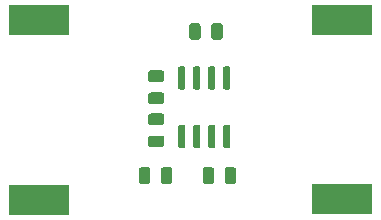
<source format=gbr>
G04 #@! TF.GenerationSoftware,KiCad,Pcbnew,(5.1.5)-3*
G04 #@! TF.CreationDate,2021-08-24T20:05:05-07:00*
G04 #@! TF.ProjectId,Intro_Project,496e7472-6f5f-4507-926f-6a6563742e6b,rev?*
G04 #@! TF.SameCoordinates,Original*
G04 #@! TF.FileFunction,Paste,Top*
G04 #@! TF.FilePolarity,Positive*
%FSLAX46Y46*%
G04 Gerber Fmt 4.6, Leading zero omitted, Abs format (unit mm)*
G04 Created by KiCad (PCBNEW (5.1.5)-3) date 2021-08-24 20:05:05*
%MOMM*%
%LPD*%
G04 APERTURE LIST*
%ADD10C,0.100000*%
%ADD11R,5.100000X2.500000*%
G04 APERTURE END LIST*
D10*
G36*
X136753203Y-72117222D02*
G01*
X136767764Y-72119382D01*
X136782043Y-72122959D01*
X136795903Y-72127918D01*
X136809210Y-72134212D01*
X136821836Y-72141780D01*
X136833659Y-72150548D01*
X136844566Y-72160434D01*
X136854452Y-72171341D01*
X136863220Y-72183164D01*
X136870788Y-72195790D01*
X136877082Y-72209097D01*
X136882041Y-72222957D01*
X136885618Y-72237236D01*
X136887778Y-72251797D01*
X136888500Y-72266500D01*
X136888500Y-73916500D01*
X136887778Y-73931203D01*
X136885618Y-73945764D01*
X136882041Y-73960043D01*
X136877082Y-73973903D01*
X136870788Y-73987210D01*
X136863220Y-73999836D01*
X136854452Y-74011659D01*
X136844566Y-74022566D01*
X136833659Y-74032452D01*
X136821836Y-74041220D01*
X136809210Y-74048788D01*
X136795903Y-74055082D01*
X136782043Y-74060041D01*
X136767764Y-74063618D01*
X136753203Y-74065778D01*
X136738500Y-74066500D01*
X136438500Y-74066500D01*
X136423797Y-74065778D01*
X136409236Y-74063618D01*
X136394957Y-74060041D01*
X136381097Y-74055082D01*
X136367790Y-74048788D01*
X136355164Y-74041220D01*
X136343341Y-74032452D01*
X136332434Y-74022566D01*
X136322548Y-74011659D01*
X136313780Y-73999836D01*
X136306212Y-73987210D01*
X136299918Y-73973903D01*
X136294959Y-73960043D01*
X136291382Y-73945764D01*
X136289222Y-73931203D01*
X136288500Y-73916500D01*
X136288500Y-72266500D01*
X136289222Y-72251797D01*
X136291382Y-72237236D01*
X136294959Y-72222957D01*
X136299918Y-72209097D01*
X136306212Y-72195790D01*
X136313780Y-72183164D01*
X136322548Y-72171341D01*
X136332434Y-72160434D01*
X136343341Y-72150548D01*
X136355164Y-72141780D01*
X136367790Y-72134212D01*
X136381097Y-72127918D01*
X136394957Y-72122959D01*
X136409236Y-72119382D01*
X136423797Y-72117222D01*
X136438500Y-72116500D01*
X136738500Y-72116500D01*
X136753203Y-72117222D01*
G37*
G36*
X135483203Y-72117222D02*
G01*
X135497764Y-72119382D01*
X135512043Y-72122959D01*
X135525903Y-72127918D01*
X135539210Y-72134212D01*
X135551836Y-72141780D01*
X135563659Y-72150548D01*
X135574566Y-72160434D01*
X135584452Y-72171341D01*
X135593220Y-72183164D01*
X135600788Y-72195790D01*
X135607082Y-72209097D01*
X135612041Y-72222957D01*
X135615618Y-72237236D01*
X135617778Y-72251797D01*
X135618500Y-72266500D01*
X135618500Y-73916500D01*
X135617778Y-73931203D01*
X135615618Y-73945764D01*
X135612041Y-73960043D01*
X135607082Y-73973903D01*
X135600788Y-73987210D01*
X135593220Y-73999836D01*
X135584452Y-74011659D01*
X135574566Y-74022566D01*
X135563659Y-74032452D01*
X135551836Y-74041220D01*
X135539210Y-74048788D01*
X135525903Y-74055082D01*
X135512043Y-74060041D01*
X135497764Y-74063618D01*
X135483203Y-74065778D01*
X135468500Y-74066500D01*
X135168500Y-74066500D01*
X135153797Y-74065778D01*
X135139236Y-74063618D01*
X135124957Y-74060041D01*
X135111097Y-74055082D01*
X135097790Y-74048788D01*
X135085164Y-74041220D01*
X135073341Y-74032452D01*
X135062434Y-74022566D01*
X135052548Y-74011659D01*
X135043780Y-73999836D01*
X135036212Y-73987210D01*
X135029918Y-73973903D01*
X135024959Y-73960043D01*
X135021382Y-73945764D01*
X135019222Y-73931203D01*
X135018500Y-73916500D01*
X135018500Y-72266500D01*
X135019222Y-72251797D01*
X135021382Y-72237236D01*
X135024959Y-72222957D01*
X135029918Y-72209097D01*
X135036212Y-72195790D01*
X135043780Y-72183164D01*
X135052548Y-72171341D01*
X135062434Y-72160434D01*
X135073341Y-72150548D01*
X135085164Y-72141780D01*
X135097790Y-72134212D01*
X135111097Y-72127918D01*
X135124957Y-72122959D01*
X135139236Y-72119382D01*
X135153797Y-72117222D01*
X135168500Y-72116500D01*
X135468500Y-72116500D01*
X135483203Y-72117222D01*
G37*
G36*
X134213203Y-72117222D02*
G01*
X134227764Y-72119382D01*
X134242043Y-72122959D01*
X134255903Y-72127918D01*
X134269210Y-72134212D01*
X134281836Y-72141780D01*
X134293659Y-72150548D01*
X134304566Y-72160434D01*
X134314452Y-72171341D01*
X134323220Y-72183164D01*
X134330788Y-72195790D01*
X134337082Y-72209097D01*
X134342041Y-72222957D01*
X134345618Y-72237236D01*
X134347778Y-72251797D01*
X134348500Y-72266500D01*
X134348500Y-73916500D01*
X134347778Y-73931203D01*
X134345618Y-73945764D01*
X134342041Y-73960043D01*
X134337082Y-73973903D01*
X134330788Y-73987210D01*
X134323220Y-73999836D01*
X134314452Y-74011659D01*
X134304566Y-74022566D01*
X134293659Y-74032452D01*
X134281836Y-74041220D01*
X134269210Y-74048788D01*
X134255903Y-74055082D01*
X134242043Y-74060041D01*
X134227764Y-74063618D01*
X134213203Y-74065778D01*
X134198500Y-74066500D01*
X133898500Y-74066500D01*
X133883797Y-74065778D01*
X133869236Y-74063618D01*
X133854957Y-74060041D01*
X133841097Y-74055082D01*
X133827790Y-74048788D01*
X133815164Y-74041220D01*
X133803341Y-74032452D01*
X133792434Y-74022566D01*
X133782548Y-74011659D01*
X133773780Y-73999836D01*
X133766212Y-73987210D01*
X133759918Y-73973903D01*
X133754959Y-73960043D01*
X133751382Y-73945764D01*
X133749222Y-73931203D01*
X133748500Y-73916500D01*
X133748500Y-72266500D01*
X133749222Y-72251797D01*
X133751382Y-72237236D01*
X133754959Y-72222957D01*
X133759918Y-72209097D01*
X133766212Y-72195790D01*
X133773780Y-72183164D01*
X133782548Y-72171341D01*
X133792434Y-72160434D01*
X133803341Y-72150548D01*
X133815164Y-72141780D01*
X133827790Y-72134212D01*
X133841097Y-72127918D01*
X133854957Y-72122959D01*
X133869236Y-72119382D01*
X133883797Y-72117222D01*
X133898500Y-72116500D01*
X134198500Y-72116500D01*
X134213203Y-72117222D01*
G37*
G36*
X132943203Y-72117222D02*
G01*
X132957764Y-72119382D01*
X132972043Y-72122959D01*
X132985903Y-72127918D01*
X132999210Y-72134212D01*
X133011836Y-72141780D01*
X133023659Y-72150548D01*
X133034566Y-72160434D01*
X133044452Y-72171341D01*
X133053220Y-72183164D01*
X133060788Y-72195790D01*
X133067082Y-72209097D01*
X133072041Y-72222957D01*
X133075618Y-72237236D01*
X133077778Y-72251797D01*
X133078500Y-72266500D01*
X133078500Y-73916500D01*
X133077778Y-73931203D01*
X133075618Y-73945764D01*
X133072041Y-73960043D01*
X133067082Y-73973903D01*
X133060788Y-73987210D01*
X133053220Y-73999836D01*
X133044452Y-74011659D01*
X133034566Y-74022566D01*
X133023659Y-74032452D01*
X133011836Y-74041220D01*
X132999210Y-74048788D01*
X132985903Y-74055082D01*
X132972043Y-74060041D01*
X132957764Y-74063618D01*
X132943203Y-74065778D01*
X132928500Y-74066500D01*
X132628500Y-74066500D01*
X132613797Y-74065778D01*
X132599236Y-74063618D01*
X132584957Y-74060041D01*
X132571097Y-74055082D01*
X132557790Y-74048788D01*
X132545164Y-74041220D01*
X132533341Y-74032452D01*
X132522434Y-74022566D01*
X132512548Y-74011659D01*
X132503780Y-73999836D01*
X132496212Y-73987210D01*
X132489918Y-73973903D01*
X132484959Y-73960043D01*
X132481382Y-73945764D01*
X132479222Y-73931203D01*
X132478500Y-73916500D01*
X132478500Y-72266500D01*
X132479222Y-72251797D01*
X132481382Y-72237236D01*
X132484959Y-72222957D01*
X132489918Y-72209097D01*
X132496212Y-72195790D01*
X132503780Y-72183164D01*
X132512548Y-72171341D01*
X132522434Y-72160434D01*
X132533341Y-72150548D01*
X132545164Y-72141780D01*
X132557790Y-72134212D01*
X132571097Y-72127918D01*
X132584957Y-72122959D01*
X132599236Y-72119382D01*
X132613797Y-72117222D01*
X132628500Y-72116500D01*
X132928500Y-72116500D01*
X132943203Y-72117222D01*
G37*
G36*
X132943203Y-77067222D02*
G01*
X132957764Y-77069382D01*
X132972043Y-77072959D01*
X132985903Y-77077918D01*
X132999210Y-77084212D01*
X133011836Y-77091780D01*
X133023659Y-77100548D01*
X133034566Y-77110434D01*
X133044452Y-77121341D01*
X133053220Y-77133164D01*
X133060788Y-77145790D01*
X133067082Y-77159097D01*
X133072041Y-77172957D01*
X133075618Y-77187236D01*
X133077778Y-77201797D01*
X133078500Y-77216500D01*
X133078500Y-78866500D01*
X133077778Y-78881203D01*
X133075618Y-78895764D01*
X133072041Y-78910043D01*
X133067082Y-78923903D01*
X133060788Y-78937210D01*
X133053220Y-78949836D01*
X133044452Y-78961659D01*
X133034566Y-78972566D01*
X133023659Y-78982452D01*
X133011836Y-78991220D01*
X132999210Y-78998788D01*
X132985903Y-79005082D01*
X132972043Y-79010041D01*
X132957764Y-79013618D01*
X132943203Y-79015778D01*
X132928500Y-79016500D01*
X132628500Y-79016500D01*
X132613797Y-79015778D01*
X132599236Y-79013618D01*
X132584957Y-79010041D01*
X132571097Y-79005082D01*
X132557790Y-78998788D01*
X132545164Y-78991220D01*
X132533341Y-78982452D01*
X132522434Y-78972566D01*
X132512548Y-78961659D01*
X132503780Y-78949836D01*
X132496212Y-78937210D01*
X132489918Y-78923903D01*
X132484959Y-78910043D01*
X132481382Y-78895764D01*
X132479222Y-78881203D01*
X132478500Y-78866500D01*
X132478500Y-77216500D01*
X132479222Y-77201797D01*
X132481382Y-77187236D01*
X132484959Y-77172957D01*
X132489918Y-77159097D01*
X132496212Y-77145790D01*
X132503780Y-77133164D01*
X132512548Y-77121341D01*
X132522434Y-77110434D01*
X132533341Y-77100548D01*
X132545164Y-77091780D01*
X132557790Y-77084212D01*
X132571097Y-77077918D01*
X132584957Y-77072959D01*
X132599236Y-77069382D01*
X132613797Y-77067222D01*
X132628500Y-77066500D01*
X132928500Y-77066500D01*
X132943203Y-77067222D01*
G37*
G36*
X134213203Y-77067222D02*
G01*
X134227764Y-77069382D01*
X134242043Y-77072959D01*
X134255903Y-77077918D01*
X134269210Y-77084212D01*
X134281836Y-77091780D01*
X134293659Y-77100548D01*
X134304566Y-77110434D01*
X134314452Y-77121341D01*
X134323220Y-77133164D01*
X134330788Y-77145790D01*
X134337082Y-77159097D01*
X134342041Y-77172957D01*
X134345618Y-77187236D01*
X134347778Y-77201797D01*
X134348500Y-77216500D01*
X134348500Y-78866500D01*
X134347778Y-78881203D01*
X134345618Y-78895764D01*
X134342041Y-78910043D01*
X134337082Y-78923903D01*
X134330788Y-78937210D01*
X134323220Y-78949836D01*
X134314452Y-78961659D01*
X134304566Y-78972566D01*
X134293659Y-78982452D01*
X134281836Y-78991220D01*
X134269210Y-78998788D01*
X134255903Y-79005082D01*
X134242043Y-79010041D01*
X134227764Y-79013618D01*
X134213203Y-79015778D01*
X134198500Y-79016500D01*
X133898500Y-79016500D01*
X133883797Y-79015778D01*
X133869236Y-79013618D01*
X133854957Y-79010041D01*
X133841097Y-79005082D01*
X133827790Y-78998788D01*
X133815164Y-78991220D01*
X133803341Y-78982452D01*
X133792434Y-78972566D01*
X133782548Y-78961659D01*
X133773780Y-78949836D01*
X133766212Y-78937210D01*
X133759918Y-78923903D01*
X133754959Y-78910043D01*
X133751382Y-78895764D01*
X133749222Y-78881203D01*
X133748500Y-78866500D01*
X133748500Y-77216500D01*
X133749222Y-77201797D01*
X133751382Y-77187236D01*
X133754959Y-77172957D01*
X133759918Y-77159097D01*
X133766212Y-77145790D01*
X133773780Y-77133164D01*
X133782548Y-77121341D01*
X133792434Y-77110434D01*
X133803341Y-77100548D01*
X133815164Y-77091780D01*
X133827790Y-77084212D01*
X133841097Y-77077918D01*
X133854957Y-77072959D01*
X133869236Y-77069382D01*
X133883797Y-77067222D01*
X133898500Y-77066500D01*
X134198500Y-77066500D01*
X134213203Y-77067222D01*
G37*
G36*
X135483203Y-77067222D02*
G01*
X135497764Y-77069382D01*
X135512043Y-77072959D01*
X135525903Y-77077918D01*
X135539210Y-77084212D01*
X135551836Y-77091780D01*
X135563659Y-77100548D01*
X135574566Y-77110434D01*
X135584452Y-77121341D01*
X135593220Y-77133164D01*
X135600788Y-77145790D01*
X135607082Y-77159097D01*
X135612041Y-77172957D01*
X135615618Y-77187236D01*
X135617778Y-77201797D01*
X135618500Y-77216500D01*
X135618500Y-78866500D01*
X135617778Y-78881203D01*
X135615618Y-78895764D01*
X135612041Y-78910043D01*
X135607082Y-78923903D01*
X135600788Y-78937210D01*
X135593220Y-78949836D01*
X135584452Y-78961659D01*
X135574566Y-78972566D01*
X135563659Y-78982452D01*
X135551836Y-78991220D01*
X135539210Y-78998788D01*
X135525903Y-79005082D01*
X135512043Y-79010041D01*
X135497764Y-79013618D01*
X135483203Y-79015778D01*
X135468500Y-79016500D01*
X135168500Y-79016500D01*
X135153797Y-79015778D01*
X135139236Y-79013618D01*
X135124957Y-79010041D01*
X135111097Y-79005082D01*
X135097790Y-78998788D01*
X135085164Y-78991220D01*
X135073341Y-78982452D01*
X135062434Y-78972566D01*
X135052548Y-78961659D01*
X135043780Y-78949836D01*
X135036212Y-78937210D01*
X135029918Y-78923903D01*
X135024959Y-78910043D01*
X135021382Y-78895764D01*
X135019222Y-78881203D01*
X135018500Y-78866500D01*
X135018500Y-77216500D01*
X135019222Y-77201797D01*
X135021382Y-77187236D01*
X135024959Y-77172957D01*
X135029918Y-77159097D01*
X135036212Y-77145790D01*
X135043780Y-77133164D01*
X135052548Y-77121341D01*
X135062434Y-77110434D01*
X135073341Y-77100548D01*
X135085164Y-77091780D01*
X135097790Y-77084212D01*
X135111097Y-77077918D01*
X135124957Y-77072959D01*
X135139236Y-77069382D01*
X135153797Y-77067222D01*
X135168500Y-77066500D01*
X135468500Y-77066500D01*
X135483203Y-77067222D01*
G37*
G36*
X136753203Y-77067222D02*
G01*
X136767764Y-77069382D01*
X136782043Y-77072959D01*
X136795903Y-77077918D01*
X136809210Y-77084212D01*
X136821836Y-77091780D01*
X136833659Y-77100548D01*
X136844566Y-77110434D01*
X136854452Y-77121341D01*
X136863220Y-77133164D01*
X136870788Y-77145790D01*
X136877082Y-77159097D01*
X136882041Y-77172957D01*
X136885618Y-77187236D01*
X136887778Y-77201797D01*
X136888500Y-77216500D01*
X136888500Y-78866500D01*
X136887778Y-78881203D01*
X136885618Y-78895764D01*
X136882041Y-78910043D01*
X136877082Y-78923903D01*
X136870788Y-78937210D01*
X136863220Y-78949836D01*
X136854452Y-78961659D01*
X136844566Y-78972566D01*
X136833659Y-78982452D01*
X136821836Y-78991220D01*
X136809210Y-78998788D01*
X136795903Y-79005082D01*
X136782043Y-79010041D01*
X136767764Y-79013618D01*
X136753203Y-79015778D01*
X136738500Y-79016500D01*
X136438500Y-79016500D01*
X136423797Y-79015778D01*
X136409236Y-79013618D01*
X136394957Y-79010041D01*
X136381097Y-79005082D01*
X136367790Y-78998788D01*
X136355164Y-78991220D01*
X136343341Y-78982452D01*
X136332434Y-78972566D01*
X136322548Y-78961659D01*
X136313780Y-78949836D01*
X136306212Y-78937210D01*
X136299918Y-78923903D01*
X136294959Y-78910043D01*
X136291382Y-78895764D01*
X136289222Y-78881203D01*
X136288500Y-78866500D01*
X136288500Y-77216500D01*
X136289222Y-77201797D01*
X136291382Y-77187236D01*
X136294959Y-77172957D01*
X136299918Y-77159097D01*
X136306212Y-77145790D01*
X136313780Y-77133164D01*
X136322548Y-77121341D01*
X136332434Y-77110434D01*
X136343341Y-77100548D01*
X136355164Y-77091780D01*
X136367790Y-77084212D01*
X136381097Y-77077918D01*
X136394957Y-77072959D01*
X136409236Y-77069382D01*
X136423797Y-77067222D01*
X136438500Y-77066500D01*
X136738500Y-77066500D01*
X136753203Y-77067222D01*
G37*
D11*
X146367500Y-83355500D03*
X146367500Y-68155500D03*
X120713500Y-83419000D03*
X120713500Y-68219000D03*
D10*
G36*
X131099642Y-74316674D02*
G01*
X131123303Y-74320184D01*
X131146507Y-74325996D01*
X131169029Y-74334054D01*
X131190653Y-74344282D01*
X131211170Y-74356579D01*
X131230383Y-74370829D01*
X131248107Y-74386893D01*
X131264171Y-74404617D01*
X131278421Y-74423830D01*
X131290718Y-74444347D01*
X131300946Y-74465971D01*
X131309004Y-74488493D01*
X131314816Y-74511697D01*
X131318326Y-74535358D01*
X131319500Y-74559250D01*
X131319500Y-75046750D01*
X131318326Y-75070642D01*
X131314816Y-75094303D01*
X131309004Y-75117507D01*
X131300946Y-75140029D01*
X131290718Y-75161653D01*
X131278421Y-75182170D01*
X131264171Y-75201383D01*
X131248107Y-75219107D01*
X131230383Y-75235171D01*
X131211170Y-75249421D01*
X131190653Y-75261718D01*
X131169029Y-75271946D01*
X131146507Y-75280004D01*
X131123303Y-75285816D01*
X131099642Y-75289326D01*
X131075750Y-75290500D01*
X130163250Y-75290500D01*
X130139358Y-75289326D01*
X130115697Y-75285816D01*
X130092493Y-75280004D01*
X130069971Y-75271946D01*
X130048347Y-75261718D01*
X130027830Y-75249421D01*
X130008617Y-75235171D01*
X129990893Y-75219107D01*
X129974829Y-75201383D01*
X129960579Y-75182170D01*
X129948282Y-75161653D01*
X129938054Y-75140029D01*
X129929996Y-75117507D01*
X129924184Y-75094303D01*
X129920674Y-75070642D01*
X129919500Y-75046750D01*
X129919500Y-74559250D01*
X129920674Y-74535358D01*
X129924184Y-74511697D01*
X129929996Y-74488493D01*
X129938054Y-74465971D01*
X129948282Y-74444347D01*
X129960579Y-74423830D01*
X129974829Y-74404617D01*
X129990893Y-74386893D01*
X130008617Y-74370829D01*
X130027830Y-74356579D01*
X130048347Y-74344282D01*
X130069971Y-74334054D01*
X130092493Y-74325996D01*
X130115697Y-74320184D01*
X130139358Y-74316674D01*
X130163250Y-74315500D01*
X131075750Y-74315500D01*
X131099642Y-74316674D01*
G37*
G36*
X131099642Y-72441674D02*
G01*
X131123303Y-72445184D01*
X131146507Y-72450996D01*
X131169029Y-72459054D01*
X131190653Y-72469282D01*
X131211170Y-72481579D01*
X131230383Y-72495829D01*
X131248107Y-72511893D01*
X131264171Y-72529617D01*
X131278421Y-72548830D01*
X131290718Y-72569347D01*
X131300946Y-72590971D01*
X131309004Y-72613493D01*
X131314816Y-72636697D01*
X131318326Y-72660358D01*
X131319500Y-72684250D01*
X131319500Y-73171750D01*
X131318326Y-73195642D01*
X131314816Y-73219303D01*
X131309004Y-73242507D01*
X131300946Y-73265029D01*
X131290718Y-73286653D01*
X131278421Y-73307170D01*
X131264171Y-73326383D01*
X131248107Y-73344107D01*
X131230383Y-73360171D01*
X131211170Y-73374421D01*
X131190653Y-73386718D01*
X131169029Y-73396946D01*
X131146507Y-73405004D01*
X131123303Y-73410816D01*
X131099642Y-73414326D01*
X131075750Y-73415500D01*
X130163250Y-73415500D01*
X130139358Y-73414326D01*
X130115697Y-73410816D01*
X130092493Y-73405004D01*
X130069971Y-73396946D01*
X130048347Y-73386718D01*
X130027830Y-73374421D01*
X130008617Y-73360171D01*
X129990893Y-73344107D01*
X129974829Y-73326383D01*
X129960579Y-73307170D01*
X129948282Y-73286653D01*
X129938054Y-73265029D01*
X129929996Y-73242507D01*
X129924184Y-73219303D01*
X129920674Y-73195642D01*
X129919500Y-73171750D01*
X129919500Y-72684250D01*
X129920674Y-72660358D01*
X129924184Y-72636697D01*
X129929996Y-72613493D01*
X129938054Y-72590971D01*
X129948282Y-72569347D01*
X129960579Y-72548830D01*
X129974829Y-72529617D01*
X129990893Y-72511893D01*
X130008617Y-72495829D01*
X130027830Y-72481579D01*
X130048347Y-72469282D01*
X130069971Y-72459054D01*
X130092493Y-72450996D01*
X130115697Y-72445184D01*
X130139358Y-72441674D01*
X130163250Y-72440500D01*
X131075750Y-72440500D01*
X131099642Y-72441674D01*
G37*
G36*
X131099642Y-76094674D02*
G01*
X131123303Y-76098184D01*
X131146507Y-76103996D01*
X131169029Y-76112054D01*
X131190653Y-76122282D01*
X131211170Y-76134579D01*
X131230383Y-76148829D01*
X131248107Y-76164893D01*
X131264171Y-76182617D01*
X131278421Y-76201830D01*
X131290718Y-76222347D01*
X131300946Y-76243971D01*
X131309004Y-76266493D01*
X131314816Y-76289697D01*
X131318326Y-76313358D01*
X131319500Y-76337250D01*
X131319500Y-76824750D01*
X131318326Y-76848642D01*
X131314816Y-76872303D01*
X131309004Y-76895507D01*
X131300946Y-76918029D01*
X131290718Y-76939653D01*
X131278421Y-76960170D01*
X131264171Y-76979383D01*
X131248107Y-76997107D01*
X131230383Y-77013171D01*
X131211170Y-77027421D01*
X131190653Y-77039718D01*
X131169029Y-77049946D01*
X131146507Y-77058004D01*
X131123303Y-77063816D01*
X131099642Y-77067326D01*
X131075750Y-77068500D01*
X130163250Y-77068500D01*
X130139358Y-77067326D01*
X130115697Y-77063816D01*
X130092493Y-77058004D01*
X130069971Y-77049946D01*
X130048347Y-77039718D01*
X130027830Y-77027421D01*
X130008617Y-77013171D01*
X129990893Y-76997107D01*
X129974829Y-76979383D01*
X129960579Y-76960170D01*
X129948282Y-76939653D01*
X129938054Y-76918029D01*
X129929996Y-76895507D01*
X129924184Y-76872303D01*
X129920674Y-76848642D01*
X129919500Y-76824750D01*
X129919500Y-76337250D01*
X129920674Y-76313358D01*
X129924184Y-76289697D01*
X129929996Y-76266493D01*
X129938054Y-76243971D01*
X129948282Y-76222347D01*
X129960579Y-76201830D01*
X129974829Y-76182617D01*
X129990893Y-76164893D01*
X130008617Y-76148829D01*
X130027830Y-76134579D01*
X130048347Y-76122282D01*
X130069971Y-76112054D01*
X130092493Y-76103996D01*
X130115697Y-76098184D01*
X130139358Y-76094674D01*
X130163250Y-76093500D01*
X131075750Y-76093500D01*
X131099642Y-76094674D01*
G37*
G36*
X131099642Y-77969674D02*
G01*
X131123303Y-77973184D01*
X131146507Y-77978996D01*
X131169029Y-77987054D01*
X131190653Y-77997282D01*
X131211170Y-78009579D01*
X131230383Y-78023829D01*
X131248107Y-78039893D01*
X131264171Y-78057617D01*
X131278421Y-78076830D01*
X131290718Y-78097347D01*
X131300946Y-78118971D01*
X131309004Y-78141493D01*
X131314816Y-78164697D01*
X131318326Y-78188358D01*
X131319500Y-78212250D01*
X131319500Y-78699750D01*
X131318326Y-78723642D01*
X131314816Y-78747303D01*
X131309004Y-78770507D01*
X131300946Y-78793029D01*
X131290718Y-78814653D01*
X131278421Y-78835170D01*
X131264171Y-78854383D01*
X131248107Y-78872107D01*
X131230383Y-78888171D01*
X131211170Y-78902421D01*
X131190653Y-78914718D01*
X131169029Y-78924946D01*
X131146507Y-78933004D01*
X131123303Y-78938816D01*
X131099642Y-78942326D01*
X131075750Y-78943500D01*
X130163250Y-78943500D01*
X130139358Y-78942326D01*
X130115697Y-78938816D01*
X130092493Y-78933004D01*
X130069971Y-78924946D01*
X130048347Y-78914718D01*
X130027830Y-78902421D01*
X130008617Y-78888171D01*
X129990893Y-78872107D01*
X129974829Y-78854383D01*
X129960579Y-78835170D01*
X129948282Y-78814653D01*
X129938054Y-78793029D01*
X129929996Y-78770507D01*
X129924184Y-78747303D01*
X129920674Y-78723642D01*
X129919500Y-78699750D01*
X129919500Y-78212250D01*
X129920674Y-78188358D01*
X129924184Y-78164697D01*
X129929996Y-78141493D01*
X129938054Y-78118971D01*
X129948282Y-78097347D01*
X129960579Y-78076830D01*
X129974829Y-78057617D01*
X129990893Y-78039893D01*
X130008617Y-78023829D01*
X130027830Y-78009579D01*
X130048347Y-77997282D01*
X130069971Y-77987054D01*
X130092493Y-77978996D01*
X130115697Y-77973184D01*
X130139358Y-77969674D01*
X130163250Y-77968500D01*
X131075750Y-77968500D01*
X131099642Y-77969674D01*
G37*
G36*
X136030642Y-68452674D02*
G01*
X136054303Y-68456184D01*
X136077507Y-68461996D01*
X136100029Y-68470054D01*
X136121653Y-68480282D01*
X136142170Y-68492579D01*
X136161383Y-68506829D01*
X136179107Y-68522893D01*
X136195171Y-68540617D01*
X136209421Y-68559830D01*
X136221718Y-68580347D01*
X136231946Y-68601971D01*
X136240004Y-68624493D01*
X136245816Y-68647697D01*
X136249326Y-68671358D01*
X136250500Y-68695250D01*
X136250500Y-69607750D01*
X136249326Y-69631642D01*
X136245816Y-69655303D01*
X136240004Y-69678507D01*
X136231946Y-69701029D01*
X136221718Y-69722653D01*
X136209421Y-69743170D01*
X136195171Y-69762383D01*
X136179107Y-69780107D01*
X136161383Y-69796171D01*
X136142170Y-69810421D01*
X136121653Y-69822718D01*
X136100029Y-69832946D01*
X136077507Y-69841004D01*
X136054303Y-69846816D01*
X136030642Y-69850326D01*
X136006750Y-69851500D01*
X135519250Y-69851500D01*
X135495358Y-69850326D01*
X135471697Y-69846816D01*
X135448493Y-69841004D01*
X135425971Y-69832946D01*
X135404347Y-69822718D01*
X135383830Y-69810421D01*
X135364617Y-69796171D01*
X135346893Y-69780107D01*
X135330829Y-69762383D01*
X135316579Y-69743170D01*
X135304282Y-69722653D01*
X135294054Y-69701029D01*
X135285996Y-69678507D01*
X135280184Y-69655303D01*
X135276674Y-69631642D01*
X135275500Y-69607750D01*
X135275500Y-68695250D01*
X135276674Y-68671358D01*
X135280184Y-68647697D01*
X135285996Y-68624493D01*
X135294054Y-68601971D01*
X135304282Y-68580347D01*
X135316579Y-68559830D01*
X135330829Y-68540617D01*
X135346893Y-68522893D01*
X135364617Y-68506829D01*
X135383830Y-68492579D01*
X135404347Y-68480282D01*
X135425971Y-68470054D01*
X135448493Y-68461996D01*
X135471697Y-68456184D01*
X135495358Y-68452674D01*
X135519250Y-68451500D01*
X136006750Y-68451500D01*
X136030642Y-68452674D01*
G37*
G36*
X134155642Y-68452674D02*
G01*
X134179303Y-68456184D01*
X134202507Y-68461996D01*
X134225029Y-68470054D01*
X134246653Y-68480282D01*
X134267170Y-68492579D01*
X134286383Y-68506829D01*
X134304107Y-68522893D01*
X134320171Y-68540617D01*
X134334421Y-68559830D01*
X134346718Y-68580347D01*
X134356946Y-68601971D01*
X134365004Y-68624493D01*
X134370816Y-68647697D01*
X134374326Y-68671358D01*
X134375500Y-68695250D01*
X134375500Y-69607750D01*
X134374326Y-69631642D01*
X134370816Y-69655303D01*
X134365004Y-69678507D01*
X134356946Y-69701029D01*
X134346718Y-69722653D01*
X134334421Y-69743170D01*
X134320171Y-69762383D01*
X134304107Y-69780107D01*
X134286383Y-69796171D01*
X134267170Y-69810421D01*
X134246653Y-69822718D01*
X134225029Y-69832946D01*
X134202507Y-69841004D01*
X134179303Y-69846816D01*
X134155642Y-69850326D01*
X134131750Y-69851500D01*
X133644250Y-69851500D01*
X133620358Y-69850326D01*
X133596697Y-69846816D01*
X133573493Y-69841004D01*
X133550971Y-69832946D01*
X133529347Y-69822718D01*
X133508830Y-69810421D01*
X133489617Y-69796171D01*
X133471893Y-69780107D01*
X133455829Y-69762383D01*
X133441579Y-69743170D01*
X133429282Y-69722653D01*
X133419054Y-69701029D01*
X133410996Y-69678507D01*
X133405184Y-69655303D01*
X133401674Y-69631642D01*
X133400500Y-69607750D01*
X133400500Y-68695250D01*
X133401674Y-68671358D01*
X133405184Y-68647697D01*
X133410996Y-68624493D01*
X133419054Y-68601971D01*
X133429282Y-68580347D01*
X133441579Y-68559830D01*
X133455829Y-68540617D01*
X133471893Y-68522893D01*
X133489617Y-68506829D01*
X133508830Y-68492579D01*
X133529347Y-68480282D01*
X133550971Y-68470054D01*
X133573493Y-68461996D01*
X133596697Y-68456184D01*
X133620358Y-68452674D01*
X133644250Y-68451500D01*
X134131750Y-68451500D01*
X134155642Y-68452674D01*
G37*
G36*
X135298642Y-80644674D02*
G01*
X135322303Y-80648184D01*
X135345507Y-80653996D01*
X135368029Y-80662054D01*
X135389653Y-80672282D01*
X135410170Y-80684579D01*
X135429383Y-80698829D01*
X135447107Y-80714893D01*
X135463171Y-80732617D01*
X135477421Y-80751830D01*
X135489718Y-80772347D01*
X135499946Y-80793971D01*
X135508004Y-80816493D01*
X135513816Y-80839697D01*
X135517326Y-80863358D01*
X135518500Y-80887250D01*
X135518500Y-81799750D01*
X135517326Y-81823642D01*
X135513816Y-81847303D01*
X135508004Y-81870507D01*
X135499946Y-81893029D01*
X135489718Y-81914653D01*
X135477421Y-81935170D01*
X135463171Y-81954383D01*
X135447107Y-81972107D01*
X135429383Y-81988171D01*
X135410170Y-82002421D01*
X135389653Y-82014718D01*
X135368029Y-82024946D01*
X135345507Y-82033004D01*
X135322303Y-82038816D01*
X135298642Y-82042326D01*
X135274750Y-82043500D01*
X134787250Y-82043500D01*
X134763358Y-82042326D01*
X134739697Y-82038816D01*
X134716493Y-82033004D01*
X134693971Y-82024946D01*
X134672347Y-82014718D01*
X134651830Y-82002421D01*
X134632617Y-81988171D01*
X134614893Y-81972107D01*
X134598829Y-81954383D01*
X134584579Y-81935170D01*
X134572282Y-81914653D01*
X134562054Y-81893029D01*
X134553996Y-81870507D01*
X134548184Y-81847303D01*
X134544674Y-81823642D01*
X134543500Y-81799750D01*
X134543500Y-80887250D01*
X134544674Y-80863358D01*
X134548184Y-80839697D01*
X134553996Y-80816493D01*
X134562054Y-80793971D01*
X134572282Y-80772347D01*
X134584579Y-80751830D01*
X134598829Y-80732617D01*
X134614893Y-80714893D01*
X134632617Y-80698829D01*
X134651830Y-80684579D01*
X134672347Y-80672282D01*
X134693971Y-80662054D01*
X134716493Y-80653996D01*
X134739697Y-80648184D01*
X134763358Y-80644674D01*
X134787250Y-80643500D01*
X135274750Y-80643500D01*
X135298642Y-80644674D01*
G37*
G36*
X137173642Y-80644674D02*
G01*
X137197303Y-80648184D01*
X137220507Y-80653996D01*
X137243029Y-80662054D01*
X137264653Y-80672282D01*
X137285170Y-80684579D01*
X137304383Y-80698829D01*
X137322107Y-80714893D01*
X137338171Y-80732617D01*
X137352421Y-80751830D01*
X137364718Y-80772347D01*
X137374946Y-80793971D01*
X137383004Y-80816493D01*
X137388816Y-80839697D01*
X137392326Y-80863358D01*
X137393500Y-80887250D01*
X137393500Y-81799750D01*
X137392326Y-81823642D01*
X137388816Y-81847303D01*
X137383004Y-81870507D01*
X137374946Y-81893029D01*
X137364718Y-81914653D01*
X137352421Y-81935170D01*
X137338171Y-81954383D01*
X137322107Y-81972107D01*
X137304383Y-81988171D01*
X137285170Y-82002421D01*
X137264653Y-82014718D01*
X137243029Y-82024946D01*
X137220507Y-82033004D01*
X137197303Y-82038816D01*
X137173642Y-82042326D01*
X137149750Y-82043500D01*
X136662250Y-82043500D01*
X136638358Y-82042326D01*
X136614697Y-82038816D01*
X136591493Y-82033004D01*
X136568971Y-82024946D01*
X136547347Y-82014718D01*
X136526830Y-82002421D01*
X136507617Y-81988171D01*
X136489893Y-81972107D01*
X136473829Y-81954383D01*
X136459579Y-81935170D01*
X136447282Y-81914653D01*
X136437054Y-81893029D01*
X136428996Y-81870507D01*
X136423184Y-81847303D01*
X136419674Y-81823642D01*
X136418500Y-81799750D01*
X136418500Y-80887250D01*
X136419674Y-80863358D01*
X136423184Y-80839697D01*
X136428996Y-80816493D01*
X136437054Y-80793971D01*
X136447282Y-80772347D01*
X136459579Y-80751830D01*
X136473829Y-80732617D01*
X136489893Y-80714893D01*
X136507617Y-80698829D01*
X136526830Y-80684579D01*
X136547347Y-80672282D01*
X136568971Y-80662054D01*
X136591493Y-80653996D01*
X136614697Y-80648184D01*
X136638358Y-80644674D01*
X136662250Y-80643500D01*
X137149750Y-80643500D01*
X137173642Y-80644674D01*
G37*
G36*
X131776142Y-80644674D02*
G01*
X131799803Y-80648184D01*
X131823007Y-80653996D01*
X131845529Y-80662054D01*
X131867153Y-80672282D01*
X131887670Y-80684579D01*
X131906883Y-80698829D01*
X131924607Y-80714893D01*
X131940671Y-80732617D01*
X131954921Y-80751830D01*
X131967218Y-80772347D01*
X131977446Y-80793971D01*
X131985504Y-80816493D01*
X131991316Y-80839697D01*
X131994826Y-80863358D01*
X131996000Y-80887250D01*
X131996000Y-81799750D01*
X131994826Y-81823642D01*
X131991316Y-81847303D01*
X131985504Y-81870507D01*
X131977446Y-81893029D01*
X131967218Y-81914653D01*
X131954921Y-81935170D01*
X131940671Y-81954383D01*
X131924607Y-81972107D01*
X131906883Y-81988171D01*
X131887670Y-82002421D01*
X131867153Y-82014718D01*
X131845529Y-82024946D01*
X131823007Y-82033004D01*
X131799803Y-82038816D01*
X131776142Y-82042326D01*
X131752250Y-82043500D01*
X131264750Y-82043500D01*
X131240858Y-82042326D01*
X131217197Y-82038816D01*
X131193993Y-82033004D01*
X131171471Y-82024946D01*
X131149847Y-82014718D01*
X131129330Y-82002421D01*
X131110117Y-81988171D01*
X131092393Y-81972107D01*
X131076329Y-81954383D01*
X131062079Y-81935170D01*
X131049782Y-81914653D01*
X131039554Y-81893029D01*
X131031496Y-81870507D01*
X131025684Y-81847303D01*
X131022174Y-81823642D01*
X131021000Y-81799750D01*
X131021000Y-80887250D01*
X131022174Y-80863358D01*
X131025684Y-80839697D01*
X131031496Y-80816493D01*
X131039554Y-80793971D01*
X131049782Y-80772347D01*
X131062079Y-80751830D01*
X131076329Y-80732617D01*
X131092393Y-80714893D01*
X131110117Y-80698829D01*
X131129330Y-80684579D01*
X131149847Y-80672282D01*
X131171471Y-80662054D01*
X131193993Y-80653996D01*
X131217197Y-80648184D01*
X131240858Y-80644674D01*
X131264750Y-80643500D01*
X131752250Y-80643500D01*
X131776142Y-80644674D01*
G37*
G36*
X129901142Y-80644674D02*
G01*
X129924803Y-80648184D01*
X129948007Y-80653996D01*
X129970529Y-80662054D01*
X129992153Y-80672282D01*
X130012670Y-80684579D01*
X130031883Y-80698829D01*
X130049607Y-80714893D01*
X130065671Y-80732617D01*
X130079921Y-80751830D01*
X130092218Y-80772347D01*
X130102446Y-80793971D01*
X130110504Y-80816493D01*
X130116316Y-80839697D01*
X130119826Y-80863358D01*
X130121000Y-80887250D01*
X130121000Y-81799750D01*
X130119826Y-81823642D01*
X130116316Y-81847303D01*
X130110504Y-81870507D01*
X130102446Y-81893029D01*
X130092218Y-81914653D01*
X130079921Y-81935170D01*
X130065671Y-81954383D01*
X130049607Y-81972107D01*
X130031883Y-81988171D01*
X130012670Y-82002421D01*
X129992153Y-82014718D01*
X129970529Y-82024946D01*
X129948007Y-82033004D01*
X129924803Y-82038816D01*
X129901142Y-82042326D01*
X129877250Y-82043500D01*
X129389750Y-82043500D01*
X129365858Y-82042326D01*
X129342197Y-82038816D01*
X129318993Y-82033004D01*
X129296471Y-82024946D01*
X129274847Y-82014718D01*
X129254330Y-82002421D01*
X129235117Y-81988171D01*
X129217393Y-81972107D01*
X129201329Y-81954383D01*
X129187079Y-81935170D01*
X129174782Y-81914653D01*
X129164554Y-81893029D01*
X129156496Y-81870507D01*
X129150684Y-81847303D01*
X129147174Y-81823642D01*
X129146000Y-81799750D01*
X129146000Y-80887250D01*
X129147174Y-80863358D01*
X129150684Y-80839697D01*
X129156496Y-80816493D01*
X129164554Y-80793971D01*
X129174782Y-80772347D01*
X129187079Y-80751830D01*
X129201329Y-80732617D01*
X129217393Y-80714893D01*
X129235117Y-80698829D01*
X129254330Y-80684579D01*
X129274847Y-80672282D01*
X129296471Y-80662054D01*
X129318993Y-80653996D01*
X129342197Y-80648184D01*
X129365858Y-80644674D01*
X129389750Y-80643500D01*
X129877250Y-80643500D01*
X129901142Y-80644674D01*
G37*
M02*

</source>
